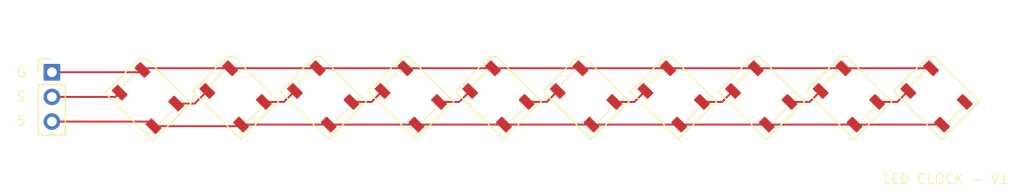
<source format=kicad_pcb>
(kicad_pcb (version 20241229) (generator "pcbnew") (generator_version "9.0")
  (layers (0 "F.Cu" signal) (2 "B.Cu" signal) (13 "F.Paste" user) (15 "B.Paste" user) (5 "F.SilkS" user "F.Silkscreen") (7 "B.SilkS" user "B.Silkscreen") (1 "F.Mask" user) (3 "B.Mask" user) (25 "Edge.Cuts" user))
  (net 0 "")
  (net 1 "Net-(D1-DIN)")
  (net 2 "Net-(D1-DOUT)")
  (net 3 "Net-(D2-DOUT)")
  (net 4 "Net-(D3-DOUT)")
  (net 5 "Net-(D4-DOUT)")
  (net 6 "Net-(D5-DOUT)")
  (net 7 "Net-(D6-DOUT)")
  (net 8 "Net-(D7-DOUT)")
  (net 9 "Net-(D8-DOUT)")
  (net 10 "Net-(D10-DIN)")
  (net 11 "GND")
  (net 12 "+5V")
  (footprint "LED_SMD:LED_WS2812B_PLCC4_5.0x5.0mm_P3.2mm" (layer "F.Cu") (at 174.565686 97.399139 135)
    (property "Reference" "D9" (hide yes))
    (property "Value" "WS2812B" (hide yes))
    (fp_line (start 2.7 0.900001) (end 2.700001 -0.9) (stroke (width 0.12)) (layer "F.SilkS"))
    (fp_line (start 3.5 2.300001) (end 3.5 -2.75) (stroke (width 0.12)) (layer "F.SilkS"))
    (fp_line (start 3.05 2.75) (end 3.5 2.300001) (stroke (width 0.12)) (layer "F.SilkS"))
    (fp_line (start -3.5 -2.749999) (end 3.5 -2.75) (stroke (width 0.12)) (layer "F.SilkS"))
    (fp_line (start -3.5 -2.749999) (end -3.5 2.75) (stroke (width 0.12)) (layer "F.SilkS"))
    (fp_line (start -2.700001 0.9) (end -2.7 -0.900001) (stroke (width 0.12)) (layer "F.SilkS"))
    (fp_line (start -3.5 2.75) (end 3.05 2.75) (stroke (width 0.12)) (layer "F.SilkS"))
    (pad "1" smd roundrect (at -2.450001 -1.65 135) (size 1.5 0.9) (layers "F.Cu" "F.Mask" "F.Paste") (roundrect_rratio 0.1) (net 12 "+5V"))
    (pad "2" smd roundrect (at -2.45 1.65 135) (size 1.5 0.9) (layers "F.Cu" "F.Mask" "F.Paste") (roundrect_rratio 0.1) (net 10 "Net-(D10-DIN)"))
    (pad "3" smd roundrect (at 2.450001 1.65 135) (size 1.5 0.9) (layers "F.Cu" "F.Mask" "F.Paste") (roundrect_rratio 0.1) (net 11 "GND"))
    (pad "4" smd roundrect (at 2.45 -1.65 135) (size 1.5 0.9) (layers "F.Cu" "F.Mask" "F.Paste") (roundrect_rratio 0.1) (net 9 "Net-(D8-DOUT)"))
  )
  (footprint "LED_SMD:LED_WS2812B_PLCC4_5.0x5.0mm_P3.2mm" (layer "F.Cu") (at 111.565686 97.399139 135)
    (property "Reference" "D2" (hide yes))
    (property "Value" "WS2812B" (hide yes))
    (fp_line (start 2.7 0.900001) (end 2.700001 -0.9) (stroke (width 0.12)) (layer "F.SilkS"))
    (fp_line (start 3.5 2.300001) (end 3.5 -2.75) (stroke (width 0.12)) (layer "F.SilkS"))
    (fp_line (start 3.05 2.75) (end 3.5 2.300001) (stroke (width 0.12)) (layer "F.SilkS"))
    (fp_line (start -3.5 -2.749999) (end 3.5 -2.75) (stroke (width 0.12)) (layer "F.SilkS"))
    (fp_line (start -3.5 -2.749999) (end -3.5 2.75) (stroke (width 0.12)) (layer "F.SilkS"))
    (fp_line (start -2.700001 0.9) (end -2.7 -0.900001) (stroke (width 0.12)) (layer "F.SilkS"))
    (fp_line (start -3.5 2.75) (end 3.05 2.75) (stroke (width 0.12)) (layer "F.SilkS"))
    (pad "1" smd roundrect (at -2.450001 -1.65 135) (size 1.5 0.9) (layers "F.Cu" "F.Mask" "F.Paste") (roundrect_rratio 0.1) (net 12 "+5V"))
    (pad "2" smd roundrect (at -2.45 1.65 135) (size 1.5 0.9) (layers "F.Cu" "F.Mask" "F.Paste") (roundrect_rratio 0.1) (net 3 "Net-(D2-DOUT)"))
    (pad "3" smd roundrect (at 2.450001 1.65 135) (size 1.5 0.9) (layers "F.Cu" "F.Mask" "F.Paste") (roundrect_rratio 0.1) (net 11 "GND"))
    (pad "4" smd roundrect (at 2.45 -1.65 135) (size 1.5 0.9) (layers "F.Cu" "F.Mask" "F.Paste") (roundrect_rratio 0.1) (net 2 "Net-(D1-DOUT)"))
  )
  (footprint "LED_SMD:LED_WS2812B_PLCC4_5.0x5.0mm_P3.2mm" (layer "F.Cu") (at 120.565686 97.399139 135)
    (property "Reference" "D3" (hide yes))
    (property "Value" "WS2812B" (hide yes))
    (fp_line (start 2.7 0.900001) (end 2.700001 -0.9) (stroke (width 0.12)) (layer "F.SilkS"))
    (fp_line (start 3.5 2.300001) (end 3.5 -2.75) (stroke (width 0.12)) (layer "F.SilkS"))
    (fp_line (start 3.05 2.75) (end 3.5 2.300001) (stroke (width 0.12)) (layer "F.SilkS"))
    (fp_line (start -3.5 -2.749999) (end 3.5 -2.75) (stroke (width 0.12)) (layer "F.SilkS"))
    (fp_line (start -3.5 -2.749999) (end -3.5 2.75) (stroke (width 0.12)) (layer "F.SilkS"))
    (fp_line (start -2.700001 0.9) (end -2.7 -0.900001) (stroke (width 0.12)) (layer "F.SilkS"))
    (fp_line (start -3.5 2.75) (end 3.05 2.75) (stroke (width 0.12)) (layer "F.SilkS"))
    (pad "1" smd roundrect (at -2.450001 -1.65 135) (size 1.5 0.9) (layers "F.Cu" "F.Mask" "F.Paste") (roundrect_rratio 0.1) (net 12 "+5V"))
    (pad "2" smd roundrect (at -2.45 1.65 135) (size 1.5 0.9) (layers "F.Cu" "F.Mask" "F.Paste") (roundrect_rratio 0.1) (net 4 "Net-(D3-DOUT)"))
    (pad "3" smd roundrect (at 2.450001 1.65 135) (size 1.5 0.9) (layers "F.Cu" "F.Mask" "F.Paste") (roundrect_rratio 0.1) (net 11 "GND"))
    (pad "4" smd roundrect (at 2.45 -1.65 135) (size 1.5 0.9) (layers "F.Cu" "F.Mask" "F.Paste") (roundrect_rratio 0.1) (net 3 "Net-(D2-DOUT)"))
  )
  (footprint "Connector_PinHeader_2.54mm:PinHeader_1x03_P2.54mm_Vertical" (layer "F.Cu") (at 92.7 94.91)
    (property "Reference" "J1" (hide yes))
    (property "Value" "Conn_01x03" (hide yes))
    (fp_line (start -1.38 -1.38) (end 0 -1.38) (stroke (width 0.12)) (layer "F.SilkS"))
    (fp_line (start -1.38 0) (end -1.38 -1.38) (stroke (width 0.12)) (layer "F.SilkS"))
    (fp_line (start -1.38 1.27) (end -1.38 6.46) (stroke (width 0.12)) (layer "F.SilkS"))
    (fp_line (start -1.38 1.27) (end 1.38 1.27) (stroke (width 0.12)) (layer "F.SilkS"))
    (fp_line (start -1.38 6.46) (end 1.38 6.46) (stroke (width 0.12)) (layer "F.SilkS"))
    (fp_line (start 1.38 1.27) (end 1.38 6.46) (stroke (width 0.12)) (layer "F.SilkS"))
    (pad "1" thru_hole rect (at 0 0) (size 1.7 1.7) (drill 1) (layers "*.Cu" "*.Mask") (net 11 "GND"))
    (pad "2" thru_hole circle (at 0 2.54) (size 1.7 1.7) (drill 1) (layers "*.Cu" "*.Mask") (net 1 "Net-(D1-DIN)"))
    (pad "3" thru_hole circle (at 0 5.08) (size 1.7 1.7) (drill 1) (layers "*.Cu" "*.Mask") (net 12 "+5V"))
  )
  (footprint "LED_SMD:LED_WS2812B_PLCC4_5.0x5.0mm_P3.2mm" (layer "F.Cu") (at 129.565686 97.399139 135)
    (property "Reference" "D4" (hide yes))
    (property "Value" "WS2812B" (hide yes))
    (fp_line (start 2.7 0.900001) (end 2.700001 -0.9) (stroke (width 0.12)) (layer "F.SilkS"))
    (fp_line (start 3.5 2.300001) (end 3.5 -2.75) (stroke (width 0.12)) (layer "F.SilkS"))
    (fp_line (start 3.05 2.75) (end 3.5 2.300001) (stroke (width 0.12)) (layer "F.SilkS"))
    (fp_line (start -3.5 -2.749999) (end 3.5 -2.75) (stroke (width 0.12)) (layer "F.SilkS"))
    (fp_line (start -3.5 -2.749999) (end -3.5 2.75) (stroke (width 0.12)) (layer "F.SilkS"))
    (fp_line (start -2.700001 0.9) (end -2.7 -0.900001) (stroke (width 0.12)) (layer "F.SilkS"))
    (fp_line (start -3.5 2.75) (end 3.05 2.75) (stroke (width 0.12)) (layer "F.SilkS"))
    (pad "1" smd roundrect (at -2.450001 -1.65 135) (size 1.5 0.9) (layers "F.Cu" "F.Mask" "F.Paste") (roundrect_rratio 0.1) (net 12 "+5V"))
    (pad "2" smd roundrect (at -2.45 1.65 135) (size 1.5 0.9) (layers "F.Cu" "F.Mask" "F.Paste") (roundrect_rratio 0.1) (net 5 "Net-(D4-DOUT)"))
    (pad "3" smd roundrect (at 2.450001 1.65 135) (size 1.5 0.9) (layers "F.Cu" "F.Mask" "F.Paste") (roundrect_rratio 0.1) (net 11 "GND"))
    (pad "4" smd roundrect (at 2.45 -1.65 135) (size 1.5 0.9) (layers "F.Cu" "F.Mask" "F.Paste") (roundrect_rratio 0.1) (net 4 "Net-(D3-DOUT)"))
  )
  (footprint "LED_SMD:LED_WS2812B_PLCC4_5.0x5.0mm_P3.2mm" (layer "F.Cu") (at 147.565686 97.399139 135)
    (property "Reference" "D6" (hide yes))
    (property "Value" "WS2812B" (hide yes))
    (fp_line (start 2.7 0.900001) (end 2.700001 -0.9) (stroke (width 0.12)) (layer "F.SilkS"))
    (fp_line (start 3.5 2.300001) (end 3.5 -2.75) (stroke (width 0.12)) (layer "F.SilkS"))
    (fp_line (start 3.05 2.75) (end 3.5 2.300001) (stroke (width 0.12)) (layer "F.SilkS"))
    (fp_line (start -3.5 -2.749999) (end 3.5 -2.75) (stroke (width 0.12)) (layer "F.SilkS"))
    (fp_line (start -3.5 -2.749999) (end -3.5 2.75) (stroke (width 0.12)) (layer "F.SilkS"))
    (fp_line (start -2.700001 0.9) (end -2.7 -0.900001) (stroke (width 0.12)) (layer "F.SilkS"))
    (fp_line (start -3.5 2.75) (end 3.05 2.75) (stroke (width 0.12)) (layer "F.SilkS"))
    (pad "1" smd roundrect (at -2.450001 -1.65 135) (size 1.5 0.9) (layers "F.Cu" "F.Mask" "F.Paste") (roundrect_rratio 0.1) (net 12 "+5V"))
    (pad "2" smd roundrect (at -2.45 1.65 135) (size 1.5 0.9) (layers "F.Cu" "F.Mask" "F.Paste") (roundrect_rratio 0.1) (net 7 "Net-(D6-DOUT)"))
    (pad "3" smd roundrect (at 2.450001 1.65 135) (size 1.5 0.9) (layers "F.Cu" "F.Mask" "F.Paste") (roundrect_rratio 0.1) (net 11 "GND"))
    (pad "4" smd roundrect (at 2.45 -1.65 135) (size 1.5 0.9) (layers "F.Cu" "F.Mask" "F.Paste") (roundrect_rratio 0.1) (net 6 "Net-(D5-DOUT)"))
  )
  (footprint "LED_SMD:LED_WS2812B_PLCC4_5.0x5.0mm_P3.2mm" (layer "F.Cu") (at 102.565686 97.57 135)
    (property "Reference" "D1" (hide yes))
    (property "Value" "WS2812B" (hide yes))
    (fp_line (start 2.7 0.900001) (end 2.700001 -0.9) (stroke (width 0.12)) (layer "F.SilkS"))
    (fp_line (start 3.5 2.300001) (end 3.5 -2.75) (stroke (width 0.12)) (layer "F.SilkS"))
    (fp_line (start 3.05 2.75) (end 3.5 2.300001) (stroke (width 0.12)) (layer "F.SilkS"))
    (fp_line (start -3.5 -2.749999) (end 3.5 -2.75) (stroke (width 0.12)) (layer "F.SilkS"))
    (fp_line (start -3.5 -2.749999) (end -3.5 2.75) (stroke (width 0.12)) (layer "F.SilkS"))
    (fp_line (start -2.700001 0.9) (end -2.7 -0.900001) (stroke (width 0.12)) (layer "F.SilkS"))
    (fp_line (start -3.5 2.75) (end 3.05 2.75) (stroke (width 0.12)) (layer "F.SilkS"))
    (pad "1" smd roundrect (at -2.450001 -1.65 135) (size 1.5 0.9) (layers "F.Cu" "F.Mask" "F.Paste") (roundrect_rratio 0.1) (net 12 "+5V"))
    (pad "2" smd roundrect (at -2.45 1.65 135) (size 1.5 0.9) (layers "F.Cu" "F.Mask" "F.Paste") (roundrect_rratio 0.1) (net 2 "Net-(D1-DOUT)"))
    (pad "3" smd roundrect (at 2.450001 1.65 135) (size 1.5 0.9) (layers "F.Cu" "F.Mask" "F.Paste") (roundrect_rratio 0.1) (net 11 "GND"))
    (pad "4" smd roundrect (at 2.45 -1.65 135) (size 1.5 0.9) (layers "F.Cu" "F.Mask" "F.Paste") (roundrect_rratio 0.1) (net 1 "Net-(D1-DIN)"))
  )
  (footprint "LED_SMD:LED_WS2812B_PLCC4_5.0x5.0mm_P3.2mm" (layer "F.Cu") (at 165.565686 97.399139 135)
    (property "Reference" "D8" (hide yes))
    (property "Value" "WS2812B" (hide yes))
    (fp_line (start 2.7 0.900001) (end 2.700001 -0.9) (stroke (width 0.12)) (layer "F.SilkS"))
    (fp_line (start 3.5 2.300001) (end 3.5 -2.75) (stroke (width 0.12)) (layer "F.SilkS"))
    (fp_line (start 3.05 2.75) (end 3.5 2.300001) (stroke (width 0.12)) (layer "F.SilkS"))
    (fp_line (start -3.5 -2.749999) (end 3.5 -2.75) (stroke (width 0.12)) (layer "F.SilkS"))
    (fp_line (start -3.5 -2.749999) (end -3.5 2.75) (stroke (width 0.12)) (layer "F.SilkS"))
    (fp_line (start -2.700001 0.9) (end -2.7 -0.900001) (stroke (width 0.12)) (layer "F.SilkS"))
    (fp_line (start -3.5 2.75) (end 3.05 2.75) (stroke (width 0.12)) (layer "F.SilkS"))
    (pad "1" smd roundrect (at -2.450001 -1.65 135) (size 1.5 0.9) (layers "F.Cu" "F.Mask" "F.Paste") (roundrect_rratio 0.1) (net 12 "+5V"))
    (pad "2" smd roundrect (at -2.45 1.65 135) (size 1.5 0.9) (layers "F.Cu" "F.Mask" "F.Paste") (roundrect_rratio 0.1) (net 9 "Net-(D8-DOUT)"))
    (pad "3" smd roundrect (at 2.450001 1.65 135) (size 1.5 0.9) (layers "F.Cu" "F.Mask" "F.Paste") (roundrect_rratio 0.1) (net 11 "GND"))
    (pad "4" smd roundrect (at 2.45 -1.65 135) (size 1.5 0.9) (layers "F.Cu" "F.Mask" "F.Paste") (roundrect_rratio 0.1) (net 8 "Net-(D7-DOUT)"))
  )
  (footprint "LED_SMD:LED_WS2812B_PLCC4_5.0x5.0mm_P3.2mm" (layer "F.Cu") (at 138.565686 97.399139 135)
    (property "Reference" "D5" (hide yes))
    (property "Value" "WS2812B" (hide yes))
    (fp_line (start 2.7 0.900001) (end 2.700001 -0.9) (stroke (width 0.12)) (layer "F.SilkS"))
    (fp_line (start 3.5 2.300001) (end 3.5 -2.75) (stroke (width 0.12)) (layer "F.SilkS"))
    (fp_line (start 3.05 2.75) (end 3.5 2.300001) (stroke (width 0.12)) (layer "F.SilkS"))
    (fp_line (start -3.5 -2.749999) (end 3.5 -2.75) (stroke (width 0.12)) (layer "F.SilkS"))
    (fp_line (start -3.5 -2.749999) (end -3.5 2.75) (stroke (width 0.12)) (layer "F.SilkS"))
    (fp_line (start -2.700001 0.9) (end -2.7 -0.900001) (stroke (width 0.12)) (layer "F.SilkS"))
    (fp_line (start -3.5 2.75) (end 3.05 2.75) (stroke (width 0.12)) (layer "F.SilkS"))
    (pad "1" smd roundrect (at -2.450001 -1.65 135) (size 1.5 0.9) (layers "F.Cu" "F.Mask" "F.Paste") (roundrect_rratio 0.1) (net 12 "+5V"))
    (pad "2" smd roundrect (at -2.45 1.65 135) (size 1.5 0.9) (layers "F.Cu" "F.Mask" "F.Paste") (roundrect_rratio 0.1) (net 6 "Net-(D5-DOUT)"))
    (pad "3" smd roundrect (at 2.450001 1.65 135) (size 1.5 0.9) (layers "F.Cu" "F.Mask" "F.Paste") (roundrect_rratio 0.1) (net 11 "GND"))
    (pad "4" smd roundrect (at 2.45 -1.65 135) (size 1.5 0.9) (layers "F.Cu" "F.Mask" "F.Paste") (roundrect_rratio 0.1) (net 5 "Net-(D4-DOUT)"))
  )
  (footprint "LED_SMD:LED_WS2812B_PLCC4_5.0x5.0mm_P3.2mm" (layer "F.Cu") (at 156.565686 97.399139 135)
    (property "Reference" "D7" (hide yes))
    (property "Value" "WS2812B" (hide yes))
    (fp_line (start 2.7 0.900001) (end 2.700001 -0.9) (stroke (width 0.12)) (layer "F.SilkS"))
    (fp_line (start 3.5 2.300001) (end 3.5 -2.75) (stroke (width 0.12)) (layer "F.SilkS"))
    (fp_line (start 3.05 2.75) (end 3.5 2.300001) (stroke (width 0.12)) (layer "F.SilkS"))
    (fp_line (start -3.5 -2.749999) (end 3.5 -2.75) (stroke (width 0.12)) (layer "F.SilkS"))
    (fp_line (start -3.5 -2.749999) (end -3.5 2.75) (stroke (width 0.12)) (layer "F.SilkS"))
    (fp_line (start -2.700001 0.9) (end -2.7 -0.900001) (stroke (width 0.12)) (layer "F.SilkS"))
    (fp_line (start -3.5 2.75) (end 3.05 2.75) (stroke (width 0.12)) (layer "F.SilkS"))
    (pad "1" smd roundrect (at -2.450001 -1.65 135) (size 1.5 0.9) (layers "F.Cu" "F.Mask" "F.Paste") (roundrect_rratio 0.1) (net 12 "+5V"))
    (pad "2" smd roundrect (at -2.45 1.65 135) (size 1.5 0.9) (layers "F.Cu" "F.Mask" "F.Paste") (roundrect_rratio 0.1) (net 8 "Net-(D7-DOUT)"))
    (pad "3" smd roundrect (at 2.450001 1.65 135) (size 1.5 0.9) (layers "F.Cu" "F.Mask" "F.Paste") (roundrect_rratio 0.1) (net 11 "GND"))
    (pad "4" smd roundrect (at 2.45 -1.65 135) (size 1.5 0.9) (layers "F.Cu" "F.Mask" "F.Paste") (roundrect_rratio 0.1) (net 7 "Net-(D6-DOUT)"))
  )
  (footprint "LED_SMD:LED_WS2812B_PLCC4_5.0x5.0mm_P3.2mm" (layer "F.Cu") (at 183.565686 97.399139 135)
    (property "Reference" "D10" (hide yes))
    (property "Value" "WS2812B" (hide yes))
    (fp_line (start 2.7 0.900001) (end 2.700001 -0.9) (stroke (width 0.12)) (layer "F.SilkS"))
    (fp_line (start 3.5 2.300001) (end 3.5 -2.75) (stroke (width 0.12)) (layer "F.SilkS"))
    (fp_line (start 3.05 2.75) (end 3.5 2.300001) (stroke (width 0.12)) (layer "F.SilkS"))
    (fp_line (start -3.5 -2.749999) (end 3.5 -2.75) (stroke (width 0.12)) (layer "F.SilkS"))
    (fp_line (start -3.5 -2.749999) (end -3.5 2.75) (stroke (width 0.12)) (layer "F.SilkS"))
    (fp_line (start -2.700001 0.9) (end -2.7 -0.900001) (stroke (width 0.12)) (layer "F.SilkS"))
    (fp_line (start -3.5 2.75) (end 3.05 2.75) (stroke (width 0.12)) (layer "F.SilkS"))
    (pad "1" smd roundrect (at -2.450001 -1.65 135) (size 1.5 0.9) (layers "F.Cu" "F.Mask" "F.Paste") (roundrect_rratio 0.1) (net 12 "+5V"))
    (pad "2" smd roundrect (at -2.45 1.65 135) (size 1.5 0.9) (layers "F.Cu" "F.Mask" "F.Paste") (roundrect_rratio 0.1))
    (pad "3" smd roundrect (at 2.450001 1.65 135) (size 1.5 0.9) (layers "F.Cu" "F.Mask" "F.Paste") (roundrect_rratio 0.1) (net 11 "GND"))
    (pad "4" smd roundrect (at 2.45 -1.65 135) (size 1.5 0.9) (layers "F.Cu" "F.Mask" "F.Paste") (roundrect_rratio 0.1) (net 10 "Net-(D10-DIN)"))
  )
  (gr_text "S" (at 89 98 0) (layer "F.SilkS") (effects (font (size 1 1) (thickness 0.1)) (justify left bottom)))
  (gr_text "LED CLOCK - V1" (at 178 106.5 0) (layer "F.SilkS") (effects (font (size 1 1) (thickness 0.1)) (justify left bottom)))
  (gr_text "5" (at 89 100.5 0) (layer "F.SilkS") (effects (font (size 1 1) (thickness 0.1)) (justify left bottom)))
  (gr_text "G" (at 89 95.5 0) (layer "F.SilkS") (effects (font (size 1 1) (thickness 0.1)) (justify left bottom)))
  (segment (start 92.7 97.45) (end 99.220863 97.45) (width 0.2) (layer "F.Cu") (net 1))
  (segment (start 99.220863 97.45) (end 99.666548 97.004315) (width 0.2) (layer "F.Cu") (net 1))
  (segment (start 107.364317 98.135685) (end 108.666548 96.833454) (width 0.2) (layer "F.Cu") (net 2))
  (segment (start 105.464824 98.135685) (end 107.364317 98.135685) (width 0.2) (layer "F.Cu") (net 2))
  (segment (start 116.535178 97.964824) (end 117.666548 96.833454) (width 0.2) (layer "F.Cu") (net 3))
  (segment (start 114.464824 97.964824) (end 116.535178 97.964824) (width 0.2) (layer "F.Cu") (net 3))
  (segment (start 123.464824 97.964824) (end 125.535178 97.964824) (width 0.2) (layer "F.Cu") (net 4))
  (segment (start 125.535178 97.964824) (end 126.666548 96.833454) (width 0.2) (layer "F.Cu") (net 4))
  (segment (start 132.464824 97.964824) (end 134.535178 97.964824) (width 0.2) (layer "F.Cu") (net 5))
  (segment (start 134.535178 97.964824) (end 135.666548 96.833454) (width 0.2) (layer "F.Cu") (net 5))
  (segment (start 141.464824 97.964824) (end 143.535178 97.964824) (width 0.2) (layer "F.Cu") (net 6))
  (segment (start 143.535178 97.964824) (end 144.666548 96.833454) (width 0.2) (layer "F.Cu") (net 6))
  (segment (start 150.464824 97.964824) (end 152.535178 97.964824) (width 0.2) (layer "F.Cu") (net 7))
  (segment (start 152.535178 97.964824) (end 153.666548 96.833454) (width 0.2) (layer "F.Cu") (net 7))
  (segment (start 161.535178 97.964824) (end 162.666548 96.833454) (width 0.2) (layer "F.Cu") (net 8))
  (segment (start 159.464824 97.964824) (end 161.535178 97.964824) (width 0.2) (layer "F.Cu") (net 8))
  (segment (start 168.464824 97.964824) (end 170.535178 97.964824) (width 0.2) (layer "F.Cu") (net 9))
  (segment (start 170.535178 97.964824) (end 171.666548 96.833454) (width 0.2) (layer "F.Cu") (net 9))
  (segment (start 179.535178 97.964824) (end 180.666548 96.833454) (width 0.2) (layer "F.Cu") (net 10))
  (segment (start 177.464824 97.964824) (end 179.535178 97.964824) (width 0.2) (layer "F.Cu") (net 10))
  (segment (start 138 94.5) (end 147 94.5) (width 0.2) (layer "F.Cu") (net 11))
  (segment (start 120 94.5) (end 129 94.5) (width 0.2) (layer "F.Cu") (net 11))
  (segment (start 102.341722 94.5) (end 111 94.5) (width 0.2) (layer "F.Cu") (net 11))
  (segment (start 165 94.5) (end 174 94.5) (width 0.2) (layer "F.Cu") (net 11))
  (segment (start 174 94.5) (end 183 94.5) (width 0.2) (layer "F.Cu") (net 11))
  (segment (start 147 94.5) (end 156 94.5) (width 0.2) (layer "F.Cu") (net 11))
  (segment (start 129 94.5) (end 138 94.5) (width 0.2) (layer "F.Cu") (net 11))
  (segment (start 165 94.5) (end 156 94.5) (width 0.2) (layer "F.Cu") (net 11))
  (segment (start 102.170861 94.670861) (end 102.341722 94.5) (width 0.2) (layer "F.Cu") (net 11))
  (segment (start 102 94.670861) (end 102.170861 94.670861) (width 0.2) (layer "F.Cu") (net 11))
  (segment (start 111 94.5) (end 120 94.5) (width 0.2) (layer "F.Cu") (net 11))
  (segment (start 92.7 94.91) (end 101.760861 94.91) (width 0.2) (layer "F.Cu") (net 11))
  (segment (start 101.760861 94.91) (end 102 94.670861) (width 0.2) (layer "F.Cu") (net 11))
  (segment (start 121.131372 100.298278) (end 130.131372 100.298278) (width 0.2) (layer "F.Cu") (net 12))
  (segment (start 112.131372 100.298278) (end 121.131372 100.298278) (width 0.2) (layer "F.Cu") (net 12))
  (segment (start 139.131372 100.298278) (end 148.131372 100.298278) (width 0.2) (layer "F.Cu") (net 12))
  (segment (start 102.652233 99.99) (end 103.131372 100.469139) (width 0.2) (layer "F.Cu") (net 12))
  (segment (start 175.131372 100.298278) (end 184.131372 100.298278) (width 0.2) (layer "F.Cu") (net 12))
  (segment (start 103.131372 100.469139) (end 111.960511 100.469139) (width 0.2) (layer "F.Cu") (net 12))
  (segment (start 157.131372 100.298278) (end 166.131372 100.298278) (width 0.2) (layer "F.Cu") (net 12))
  (segment (start 130.131372 100.298278) (end 139.131372 100.298278) (width 0.2) (layer "F.Cu") (net 12))
  (segment (start 148.131372 100.298278) (end 157.131372 100.298278) (width 0.2) (layer "F.Cu") (net 12))
  (segment (start 111.960511 100.469139) (end 112.131372 100.298278) (width 0.2) (layer "F.Cu") (net 12))
  (segment (start 92.7 99.99) (end 102.652233 99.99) (width 0.2) (layer "F.Cu") (net 12))
  (segment (start 166.131372 100.298278) (end 175.131372 100.298278) (width 0.2) (layer "F.Cu") (net 12))
)
</source>
